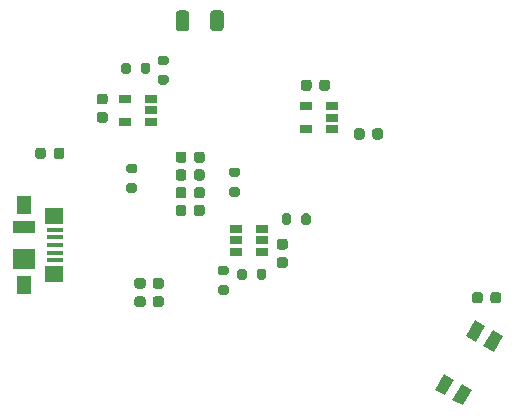
<source format=gbr>
%TF.GenerationSoftware,KiCad,Pcbnew,5.1.8-1.fc33*%
%TF.CreationDate,2020-12-25T13:36:26+01:00*%
%TF.ProjectId,lightring,6c696768-7472-4696-9e67-2e6b69636164,rev?*%
%TF.SameCoordinates,Original*%
%TF.FileFunction,Paste,Bot*%
%TF.FilePolarity,Positive*%
%FSLAX46Y46*%
G04 Gerber Fmt 4.6, Leading zero omitted, Abs format (unit mm)*
G04 Created by KiCad (PCBNEW 5.1.8-1.fc33) date 2020-12-25 13:36:26*
%MOMM*%
%LPD*%
G01*
G04 APERTURE LIST*
%ADD10C,0.100000*%
%ADD11R,1.900000X1.000000*%
%ADD12R,1.900000X1.800000*%
%ADD13R,1.300000X1.650000*%
%ADD14R,1.550000X1.425000*%
%ADD15R,1.380000X0.450000*%
%ADD16R,1.060000X0.650000*%
G04 APERTURE END LIST*
D10*
%TO.C,SW2*%
G36*
X189353109Y-87130513D02*
G01*
X190219135Y-87630513D01*
X189444135Y-88972853D01*
X188578109Y-88472853D01*
X189353109Y-87130513D01*
G37*
G36*
X186728109Y-91677147D02*
G01*
X187594135Y-92177147D01*
X186819135Y-93519487D01*
X185953109Y-93019487D01*
X186728109Y-91677147D01*
G37*
G36*
X185255865Y-90827147D02*
G01*
X186121891Y-91327147D01*
X185346891Y-92669487D01*
X184480865Y-92169487D01*
X185255865Y-90827147D01*
G37*
G36*
X187880865Y-86280513D02*
G01*
X188746891Y-86780513D01*
X187971891Y-88122853D01*
X187105865Y-87622853D01*
X187880865Y-86280513D01*
G37*
%TD*%
%TO.C,BT1*%
G36*
G01*
X165456440Y-61569761D02*
X165456440Y-60319759D01*
G75*
G02*
X165706439Y-60069760I249999J0D01*
G01*
X166331441Y-60069760D01*
G75*
G02*
X166581440Y-60319759I0J-249999D01*
G01*
X166581440Y-61569761D01*
G75*
G02*
X166331441Y-61819760I-249999J0D01*
G01*
X165706439Y-61819760D01*
G75*
G02*
X165456440Y-61569761I0J249999D01*
G01*
G37*
G36*
G01*
X162531440Y-61569761D02*
X162531440Y-60319759D01*
G75*
G02*
X162781439Y-60069760I249999J0D01*
G01*
X163406441Y-60069760D01*
G75*
G02*
X163656440Y-60319759I0J-249999D01*
G01*
X163656440Y-61569761D01*
G75*
G02*
X163406441Y-61819760I-249999J0D01*
G01*
X162781439Y-61819760D01*
G75*
G02*
X162531440Y-61569761I0J249999D01*
G01*
G37*
%TD*%
%TO.C,C1*%
G36*
G01*
X159250000Y-84275000D02*
X159750000Y-84275000D01*
G75*
G02*
X159975000Y-84500000I0J-225000D01*
G01*
X159975000Y-84950000D01*
G75*
G02*
X159750000Y-85175000I-225000J0D01*
G01*
X159250000Y-85175000D01*
G75*
G02*
X159025000Y-84950000I0J225000D01*
G01*
X159025000Y-84500000D01*
G75*
G02*
X159250000Y-84275000I225000J0D01*
G01*
G37*
G36*
G01*
X159250000Y-82725000D02*
X159750000Y-82725000D01*
G75*
G02*
X159975000Y-82950000I0J-225000D01*
G01*
X159975000Y-83400000D01*
G75*
G02*
X159750000Y-83625000I-225000J0D01*
G01*
X159250000Y-83625000D01*
G75*
G02*
X159025000Y-83400000I0J225000D01*
G01*
X159025000Y-82950000D01*
G75*
G02*
X159250000Y-82725000I225000J0D01*
G01*
G37*
%TD*%
%TO.C,C2*%
G36*
G01*
X164075000Y-75750000D02*
X164075000Y-75250000D01*
G75*
G02*
X164300000Y-75025000I225000J0D01*
G01*
X164750000Y-75025000D01*
G75*
G02*
X164975000Y-75250000I0J-225000D01*
G01*
X164975000Y-75750000D01*
G75*
G02*
X164750000Y-75975000I-225000J0D01*
G01*
X164300000Y-75975000D01*
G75*
G02*
X164075000Y-75750000I0J225000D01*
G01*
G37*
G36*
G01*
X162525000Y-75750000D02*
X162525000Y-75250000D01*
G75*
G02*
X162750000Y-75025000I225000J0D01*
G01*
X163200000Y-75025000D01*
G75*
G02*
X163425000Y-75250000I0J-225000D01*
G01*
X163425000Y-75750000D01*
G75*
G02*
X163200000Y-75975000I-225000J0D01*
G01*
X162750000Y-75975000D01*
G75*
G02*
X162525000Y-75750000I0J225000D01*
G01*
G37*
%TD*%
%TO.C,C4*%
G36*
G01*
X189175000Y-84650000D02*
X189175000Y-84150000D01*
G75*
G02*
X189400000Y-83925000I225000J0D01*
G01*
X189850000Y-83925000D01*
G75*
G02*
X190075000Y-84150000I0J-225000D01*
G01*
X190075000Y-84650000D01*
G75*
G02*
X189850000Y-84875000I-225000J0D01*
G01*
X189400000Y-84875000D01*
G75*
G02*
X189175000Y-84650000I0J225000D01*
G01*
G37*
G36*
G01*
X187625000Y-84650000D02*
X187625000Y-84150000D01*
G75*
G02*
X187850000Y-83925000I225000J0D01*
G01*
X188300000Y-83925000D01*
G75*
G02*
X188525000Y-84150000I0J-225000D01*
G01*
X188525000Y-84650000D01*
G75*
G02*
X188300000Y-84875000I-225000J0D01*
G01*
X187850000Y-84875000D01*
G75*
G02*
X187625000Y-84650000I0J225000D01*
G01*
G37*
%TD*%
%TO.C,C5*%
G36*
G01*
X160800000Y-84275000D02*
X161300000Y-84275000D01*
G75*
G02*
X161525000Y-84500000I0J-225000D01*
G01*
X161525000Y-84950000D01*
G75*
G02*
X161300000Y-85175000I-225000J0D01*
G01*
X160800000Y-85175000D01*
G75*
G02*
X160575000Y-84950000I0J225000D01*
G01*
X160575000Y-84500000D01*
G75*
G02*
X160800000Y-84275000I225000J0D01*
G01*
G37*
G36*
G01*
X160800000Y-82725000D02*
X161300000Y-82725000D01*
G75*
G02*
X161525000Y-82950000I0J-225000D01*
G01*
X161525000Y-83400000D01*
G75*
G02*
X161300000Y-83625000I-225000J0D01*
G01*
X160800000Y-83625000D01*
G75*
G02*
X160575000Y-83400000I0J225000D01*
G01*
X160575000Y-82950000D01*
G75*
G02*
X160800000Y-82725000I225000J0D01*
G01*
G37*
%TD*%
%TO.C,C6*%
G36*
G01*
X164075000Y-77250000D02*
X164075000Y-76750000D01*
G75*
G02*
X164300000Y-76525000I225000J0D01*
G01*
X164750000Y-76525000D01*
G75*
G02*
X164975000Y-76750000I0J-225000D01*
G01*
X164975000Y-77250000D01*
G75*
G02*
X164750000Y-77475000I-225000J0D01*
G01*
X164300000Y-77475000D01*
G75*
G02*
X164075000Y-77250000I0J225000D01*
G01*
G37*
G36*
G01*
X162525000Y-77250000D02*
X162525000Y-76750000D01*
G75*
G02*
X162750000Y-76525000I225000J0D01*
G01*
X163200000Y-76525000D01*
G75*
G02*
X163425000Y-76750000I0J-225000D01*
G01*
X163425000Y-77250000D01*
G75*
G02*
X163200000Y-77475000I-225000J0D01*
G01*
X162750000Y-77475000D01*
G75*
G02*
X162525000Y-77250000I0J225000D01*
G01*
G37*
%TD*%
%TO.C,C7*%
G36*
G01*
X164075000Y-72750000D02*
X164075000Y-72250000D01*
G75*
G02*
X164300000Y-72025000I225000J0D01*
G01*
X164750000Y-72025000D01*
G75*
G02*
X164975000Y-72250000I0J-225000D01*
G01*
X164975000Y-72750000D01*
G75*
G02*
X164750000Y-72975000I-225000J0D01*
G01*
X164300000Y-72975000D01*
G75*
G02*
X164075000Y-72750000I0J225000D01*
G01*
G37*
G36*
G01*
X162525000Y-72750000D02*
X162525000Y-72250000D01*
G75*
G02*
X162750000Y-72025000I225000J0D01*
G01*
X163200000Y-72025000D01*
G75*
G02*
X163425000Y-72250000I0J-225000D01*
G01*
X163425000Y-72750000D01*
G75*
G02*
X163200000Y-72975000I-225000J0D01*
G01*
X162750000Y-72975000D01*
G75*
G02*
X162525000Y-72750000I0J225000D01*
G01*
G37*
%TD*%
%TO.C,C8*%
G36*
G01*
X164075000Y-74250000D02*
X164075000Y-73750000D01*
G75*
G02*
X164300000Y-73525000I225000J0D01*
G01*
X164750000Y-73525000D01*
G75*
G02*
X164975000Y-73750000I0J-225000D01*
G01*
X164975000Y-74250000D01*
G75*
G02*
X164750000Y-74475000I-225000J0D01*
G01*
X164300000Y-74475000D01*
G75*
G02*
X164075000Y-74250000I0J225000D01*
G01*
G37*
G36*
G01*
X162525000Y-74250000D02*
X162525000Y-73750000D01*
G75*
G02*
X162750000Y-73525000I225000J0D01*
G01*
X163200000Y-73525000D01*
G75*
G02*
X163425000Y-73750000I0J-225000D01*
G01*
X163425000Y-74250000D01*
G75*
G02*
X163200000Y-74475000I-225000J0D01*
G01*
X162750000Y-74475000D01*
G75*
G02*
X162525000Y-74250000I0J225000D01*
G01*
G37*
%TD*%
%TO.C,C9*%
G36*
G01*
X156543820Y-68031480D02*
X156043820Y-68031480D01*
G75*
G02*
X155818820Y-67806480I0J225000D01*
G01*
X155818820Y-67356480D01*
G75*
G02*
X156043820Y-67131480I225000J0D01*
G01*
X156543820Y-67131480D01*
G75*
G02*
X156768820Y-67356480I0J-225000D01*
G01*
X156768820Y-67806480D01*
G75*
G02*
X156543820Y-68031480I-225000J0D01*
G01*
G37*
G36*
G01*
X156543820Y-69581480D02*
X156043820Y-69581480D01*
G75*
G02*
X155818820Y-69356480I0J225000D01*
G01*
X155818820Y-68906480D01*
G75*
G02*
X156043820Y-68681480I225000J0D01*
G01*
X156543820Y-68681480D01*
G75*
G02*
X156768820Y-68906480I0J-225000D01*
G01*
X156768820Y-69356480D01*
G75*
G02*
X156543820Y-69581480I-225000J0D01*
G01*
G37*
%TD*%
%TO.C,C10*%
G36*
G01*
X174675680Y-66650680D02*
X174675680Y-66150680D01*
G75*
G02*
X174900680Y-65925680I225000J0D01*
G01*
X175350680Y-65925680D01*
G75*
G02*
X175575680Y-66150680I0J-225000D01*
G01*
X175575680Y-66650680D01*
G75*
G02*
X175350680Y-66875680I-225000J0D01*
G01*
X174900680Y-66875680D01*
G75*
G02*
X174675680Y-66650680I0J225000D01*
G01*
G37*
G36*
G01*
X173125680Y-66650680D02*
X173125680Y-66150680D01*
G75*
G02*
X173350680Y-65925680I225000J0D01*
G01*
X173800680Y-65925680D01*
G75*
G02*
X174025680Y-66150680I0J-225000D01*
G01*
X174025680Y-66650680D01*
G75*
G02*
X173800680Y-66875680I-225000J0D01*
G01*
X173350680Y-66875680D01*
G75*
G02*
X173125680Y-66650680I0J225000D01*
G01*
G37*
%TD*%
%TO.C,C11*%
G36*
G01*
X171796520Y-80320000D02*
X171296520Y-80320000D01*
G75*
G02*
X171071520Y-80095000I0J225000D01*
G01*
X171071520Y-79645000D01*
G75*
G02*
X171296520Y-79420000I225000J0D01*
G01*
X171796520Y-79420000D01*
G75*
G02*
X172021520Y-79645000I0J-225000D01*
G01*
X172021520Y-80095000D01*
G75*
G02*
X171796520Y-80320000I-225000J0D01*
G01*
G37*
G36*
G01*
X171796520Y-81870000D02*
X171296520Y-81870000D01*
G75*
G02*
X171071520Y-81645000I0J225000D01*
G01*
X171071520Y-81195000D01*
G75*
G02*
X171296520Y-80970000I225000J0D01*
G01*
X171796520Y-80970000D01*
G75*
G02*
X172021520Y-81195000I0J-225000D01*
G01*
X172021520Y-81645000D01*
G75*
G02*
X171796520Y-81870000I-225000J0D01*
G01*
G37*
%TD*%
%TO.C,C12*%
G36*
G01*
X179166700Y-70780720D02*
X179166700Y-70280720D01*
G75*
G02*
X179391700Y-70055720I225000J0D01*
G01*
X179841700Y-70055720D01*
G75*
G02*
X180066700Y-70280720I0J-225000D01*
G01*
X180066700Y-70780720D01*
G75*
G02*
X179841700Y-71005720I-225000J0D01*
G01*
X179391700Y-71005720D01*
G75*
G02*
X179166700Y-70780720I0J225000D01*
G01*
G37*
G36*
G01*
X177616700Y-70780720D02*
X177616700Y-70280720D01*
G75*
G02*
X177841700Y-70055720I225000J0D01*
G01*
X178291700Y-70055720D01*
G75*
G02*
X178516700Y-70280720I0J-225000D01*
G01*
X178516700Y-70780720D01*
G75*
G02*
X178291700Y-71005720I-225000J0D01*
G01*
X177841700Y-71005720D01*
G75*
G02*
X177616700Y-70780720I0J225000D01*
G01*
G37*
%TD*%
%TO.C,D44*%
G36*
G01*
X152221780Y-72427810D02*
X152221780Y-71915310D01*
G75*
G02*
X152440530Y-71696560I218750J0D01*
G01*
X152878030Y-71696560D01*
G75*
G02*
X153096780Y-71915310I0J-218750D01*
G01*
X153096780Y-72427810D01*
G75*
G02*
X152878030Y-72646560I-218750J0D01*
G01*
X152440530Y-72646560D01*
G75*
G02*
X152221780Y-72427810I0J218750D01*
G01*
G37*
G36*
G01*
X150646780Y-72427810D02*
X150646780Y-71915310D01*
G75*
G02*
X150865530Y-71696560I218750J0D01*
G01*
X151303030Y-71696560D01*
G75*
G02*
X151521780Y-71915310I0J-218750D01*
G01*
X151521780Y-72427810D01*
G75*
G02*
X151303030Y-72646560I-218750J0D01*
G01*
X150865530Y-72646560D01*
G75*
G02*
X150646780Y-72427810I0J218750D01*
G01*
G37*
%TD*%
D11*
%TO.C,J2*%
X149637900Y-78386340D03*
D12*
X149637900Y-81086340D03*
D13*
X149637900Y-76561340D03*
X149637900Y-83311340D03*
D14*
X152212900Y-77448840D03*
X152212900Y-82423840D03*
D15*
X152297900Y-78636340D03*
X152297900Y-79286340D03*
X152297900Y-79936340D03*
X152297900Y-80586340D03*
X152297900Y-81236340D03*
%TD*%
%TO.C,R43*%
G36*
G01*
X167225000Y-75025000D02*
X167775000Y-75025000D01*
G75*
G02*
X167975000Y-75225000I0J-200000D01*
G01*
X167975000Y-75625000D01*
G75*
G02*
X167775000Y-75825000I-200000J0D01*
G01*
X167225000Y-75825000D01*
G75*
G02*
X167025000Y-75625000I0J200000D01*
G01*
X167025000Y-75225000D01*
G75*
G02*
X167225000Y-75025000I200000J0D01*
G01*
G37*
G36*
G01*
X167225000Y-73375000D02*
X167775000Y-73375000D01*
G75*
G02*
X167975000Y-73575000I0J-200000D01*
G01*
X167975000Y-73975000D01*
G75*
G02*
X167775000Y-74175000I-200000J0D01*
G01*
X167225000Y-74175000D01*
G75*
G02*
X167025000Y-73975000I0J200000D01*
G01*
X167025000Y-73575000D01*
G75*
G02*
X167225000Y-73375000I200000J0D01*
G01*
G37*
%TD*%
%TO.C,R44*%
G36*
G01*
X158525000Y-74700000D02*
X159075000Y-74700000D01*
G75*
G02*
X159275000Y-74900000I0J-200000D01*
G01*
X159275000Y-75300000D01*
G75*
G02*
X159075000Y-75500000I-200000J0D01*
G01*
X158525000Y-75500000D01*
G75*
G02*
X158325000Y-75300000I0J200000D01*
G01*
X158325000Y-74900000D01*
G75*
G02*
X158525000Y-74700000I200000J0D01*
G01*
G37*
G36*
G01*
X158525000Y-73050000D02*
X159075000Y-73050000D01*
G75*
G02*
X159275000Y-73250000I0J-200000D01*
G01*
X159275000Y-73650000D01*
G75*
G02*
X159075000Y-73850000I-200000J0D01*
G01*
X158525000Y-73850000D01*
G75*
G02*
X158325000Y-73650000I0J200000D01*
G01*
X158325000Y-73250000D01*
G75*
G02*
X158525000Y-73050000I200000J0D01*
G01*
G37*
%TD*%
%TO.C,R45*%
G36*
G01*
X159561080Y-65243120D02*
X159561080Y-64693120D01*
G75*
G02*
X159761080Y-64493120I200000J0D01*
G01*
X160161080Y-64493120D01*
G75*
G02*
X160361080Y-64693120I0J-200000D01*
G01*
X160361080Y-65243120D01*
G75*
G02*
X160161080Y-65443120I-200000J0D01*
G01*
X159761080Y-65443120D01*
G75*
G02*
X159561080Y-65243120I0J200000D01*
G01*
G37*
G36*
G01*
X157911080Y-65243120D02*
X157911080Y-64693120D01*
G75*
G02*
X158111080Y-64493120I200000J0D01*
G01*
X158511080Y-64493120D01*
G75*
G02*
X158711080Y-64693120I0J-200000D01*
G01*
X158711080Y-65243120D01*
G75*
G02*
X158511080Y-65443120I-200000J0D01*
G01*
X158111080Y-65443120D01*
G75*
G02*
X157911080Y-65243120I0J200000D01*
G01*
G37*
%TD*%
%TO.C,R46*%
G36*
G01*
X166285000Y-83335000D02*
X166835000Y-83335000D01*
G75*
G02*
X167035000Y-83535000I0J-200000D01*
G01*
X167035000Y-83935000D01*
G75*
G02*
X166835000Y-84135000I-200000J0D01*
G01*
X166285000Y-84135000D01*
G75*
G02*
X166085000Y-83935000I0J200000D01*
G01*
X166085000Y-83535000D01*
G75*
G02*
X166285000Y-83335000I200000J0D01*
G01*
G37*
G36*
G01*
X166285000Y-81685000D02*
X166835000Y-81685000D01*
G75*
G02*
X167035000Y-81885000I0J-200000D01*
G01*
X167035000Y-82285000D01*
G75*
G02*
X166835000Y-82485000I-200000J0D01*
G01*
X166285000Y-82485000D01*
G75*
G02*
X166085000Y-82285000I0J200000D01*
G01*
X166085000Y-81885000D01*
G75*
G02*
X166285000Y-81685000I200000J0D01*
G01*
G37*
%TD*%
%TO.C,R47*%
G36*
G01*
X173158200Y-78011700D02*
X173158200Y-77461700D01*
G75*
G02*
X173358200Y-77261700I200000J0D01*
G01*
X173758200Y-77261700D01*
G75*
G02*
X173958200Y-77461700I0J-200000D01*
G01*
X173958200Y-78011700D01*
G75*
G02*
X173758200Y-78211700I-200000J0D01*
G01*
X173358200Y-78211700D01*
G75*
G02*
X173158200Y-78011700I0J200000D01*
G01*
G37*
G36*
G01*
X171508200Y-78011700D02*
X171508200Y-77461700D01*
G75*
G02*
X171708200Y-77261700I200000J0D01*
G01*
X172108200Y-77261700D01*
G75*
G02*
X172308200Y-77461700I0J-200000D01*
G01*
X172308200Y-78011700D01*
G75*
G02*
X172108200Y-78211700I-200000J0D01*
G01*
X171708200Y-78211700D01*
G75*
G02*
X171508200Y-78011700I0J200000D01*
G01*
G37*
%TD*%
%TO.C,R48*%
G36*
G01*
X161735000Y-64695000D02*
X161185000Y-64695000D01*
G75*
G02*
X160985000Y-64495000I0J200000D01*
G01*
X160985000Y-64095000D01*
G75*
G02*
X161185000Y-63895000I200000J0D01*
G01*
X161735000Y-63895000D01*
G75*
G02*
X161935000Y-64095000I0J-200000D01*
G01*
X161935000Y-64495000D01*
G75*
G02*
X161735000Y-64695000I-200000J0D01*
G01*
G37*
G36*
G01*
X161735000Y-66345000D02*
X161185000Y-66345000D01*
G75*
G02*
X160985000Y-66145000I0J200000D01*
G01*
X160985000Y-65745000D01*
G75*
G02*
X161185000Y-65545000I200000J0D01*
G01*
X161735000Y-65545000D01*
G75*
G02*
X161935000Y-65745000I0J-200000D01*
G01*
X161935000Y-66145000D01*
G75*
G02*
X161735000Y-66345000I-200000J0D01*
G01*
G37*
%TD*%
%TO.C,R49*%
G36*
G01*
X168533260Y-82127680D02*
X168533260Y-82677680D01*
G75*
G02*
X168333260Y-82877680I-200000J0D01*
G01*
X167933260Y-82877680D01*
G75*
G02*
X167733260Y-82677680I0J200000D01*
G01*
X167733260Y-82127680D01*
G75*
G02*
X167933260Y-81927680I200000J0D01*
G01*
X168333260Y-81927680D01*
G75*
G02*
X168533260Y-82127680I0J-200000D01*
G01*
G37*
G36*
G01*
X170183260Y-82127680D02*
X170183260Y-82677680D01*
G75*
G02*
X169983260Y-82877680I-200000J0D01*
G01*
X169583260Y-82877680D01*
G75*
G02*
X169383260Y-82677680I0J200000D01*
G01*
X169383260Y-82127680D01*
G75*
G02*
X169583260Y-81927680I200000J0D01*
G01*
X169983260Y-81927680D01*
G75*
G02*
X170183260Y-82127680I0J-200000D01*
G01*
G37*
%TD*%
D16*
%TO.C,U2*%
X158251980Y-67581740D03*
X158251980Y-69481740D03*
X160451980Y-69481740D03*
X160451980Y-68531740D03*
X160451980Y-67581740D03*
%TD*%
%TO.C,U3*%
X169852520Y-79537560D03*
X169852520Y-80487560D03*
X169852520Y-78587560D03*
X167652520Y-78587560D03*
X167652520Y-79537560D03*
X167652520Y-80487560D03*
%TD*%
%TO.C,U4*%
X173578340Y-68198960D03*
X173578340Y-70098960D03*
X175778340Y-70098960D03*
X175778340Y-69148960D03*
X175778340Y-68198960D03*
%TD*%
M02*

</source>
